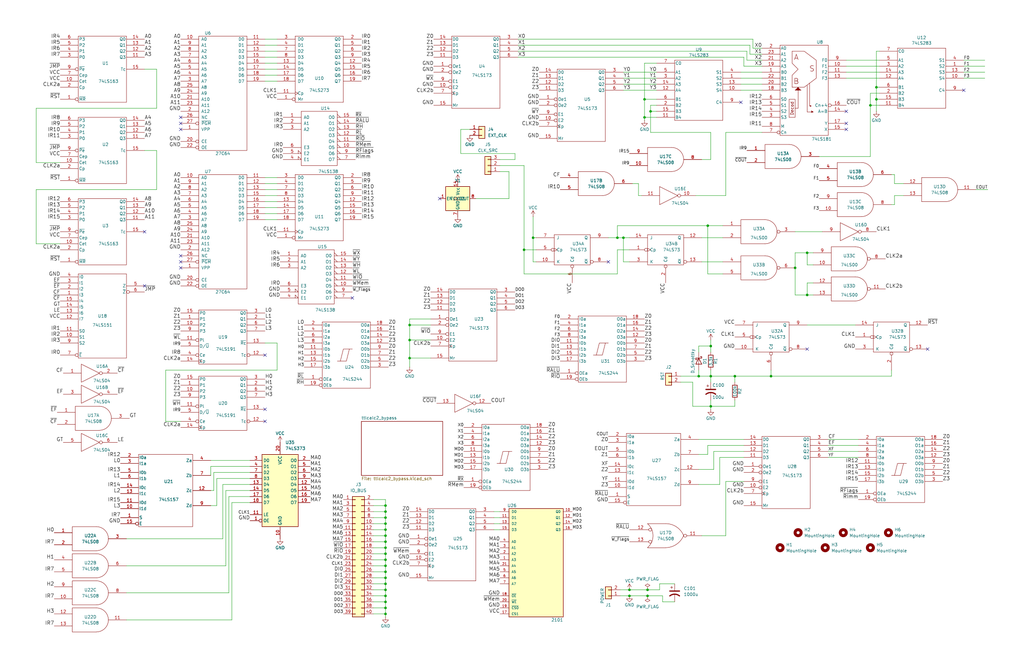
<source format=kicad_sch>
(kicad_sch (version 20231120) (generator "eeschema") (generator_version "8.0")
  (paper "USLedger")
  (junction (at 162.56 213.36))
  (junction (at 162.56 251.46))
  (junction (at 162.56 215.9))
  (junction (at 162.56 243.84))
  (junction (at 265.43 251.46))
  (junction (at 162.56 259.08))
  (junction (at 162.56 218.44))
  (junction (at 162.56 226.06))
  (junction (at 294.64 158.75))
  (junction (at 325.12 158.75))
  (junction (at 162.56 246.38))
  (junction (at 262.89 100.33))
  (junction (at 273.05 251.46))
  (junction (at 265.43 248.92))
  (junction (at 309.88 158.75))
  (junction (at 299.72 146.05))
  (junction (at 340.36 106.68))
  (junction (at 369.57 41.91))
  (junction (at 340.36 124.46))
  (junction (at 271.78 49.53))
  (junction (at 220.98 105.41))
  (junction (at 172.72 151.13))
  (junction (at 172.72 137.16))
  (junction (at 162.56 238.76))
  (junction (at 273.05 248.92))
  (junction (at 298.45 95.25))
  (junction (at 335.28 113.03))
  (junction (at 172.72 143.51))
  (junction (at 162.56 236.22))
  (junction (at 162.56 254))
  (junction (at 162.56 256.54))
  (junction (at 162.56 223.52))
  (junction (at 260.35 100.33))
  (junction (at 369.57 36.83))
  (junction (at 274.32 46.99))
  (junction (at 162.56 241.3))
  (junction (at 299.72 158.75))
  (junction (at 224.79 100.33))
  (junction (at 299.72 171.45))
  (junction (at 162.56 220.98))
  (junction (at 162.56 248.92))
  (junction (at 367.03 44.45))
  (junction (at 162.56 233.68))
  (junction (at 271.78 41.91))
  (junction (at 162.56 228.6))
  (junction (at 162.56 231.14))
  (no_connect (at 312.42 43.18))
  (no_connect (at 76.2 110.49))
  (no_connect (at 60.96 97.79))
  (no_connect (at 111.76 149.86))
  (no_connect (at 148.59 125.73))
  (no_connect (at 60.96 120.65))
  (no_connect (at 76.2 54.61))
  (no_connect (at 76.2 52.07))
  (no_connect (at 76.2 49.53))
  (no_connect (at 406.4 38.1))
  (no_connect (at 391.16 147.32))
  (no_connect (at 356.87 54.61))
  (no_connect (at 111.76 177.8))
  (no_connect (at 340.36 147.32))
  (no_connect (at 256.54 110.49))
  (no_connect (at 76.2 107.95))
  (no_connect (at 111.76 172.72))
  (no_connect (at 356.87 52.07))
  (no_connect (at 356.87 46.99))
  (no_connect (at 185.42 83.82))
  (no_connect (at 76.2 113.03))
  (wire (pts (xy 313.69 27.94) (xy 313.69 24.13)))
  (wire (pts (xy 162.56 248.92) (xy 162.56 246.38)))
  (wire (pts (xy 377.19 73.66) (xy 375.92 73.66)))
  (wire (pts (xy 265.43 251.46) (xy 273.05 251.46)))
  (wire (pts (xy 299.72 146.05) (xy 299.72 148.59)))
  (wire (pts (xy 377.19 82.55) (xy 377.19 86.36)))
  (wire (pts (xy 306.07 226.06) (xy 306.07 203.2)))
  (wire (pts (xy 309.88 158.75) (xy 309.88 161.29)))
  (wire (pts (xy 69.85 177.8) (xy 76.2 177.8)))
  (wire (pts (xy 260.35 95.25) (xy 260.35 100.33)))
  (wire (pts (xy 105.41 204.47) (xy 93.98 204.47)))
  (wire (pts (xy 295.91 226.06) (xy 306.07 226.06)))
  (wire (pts (xy 309.88 171.45) (xy 309.88 168.91)))
  (wire (pts (xy 265.43 105.41) (xy 260.35 105.41)))
  (wire (pts (xy 335.28 124.46) (xy 340.36 124.46)))
  (wire (pts (xy 342.9 119.38) (xy 340.36 119.38)))
  (wire (pts (xy 172.72 134.62) (xy 172.72 137.16)))
  (wire (pts (xy 256.54 100.33) (xy 260.35 100.33)))
  (wire (pts (xy 262.89 35.56) (xy 276.86 35.56)))
  (wire (pts (xy 299.72 156.21) (xy 299.72 158.75)))
  (wire (pts (xy 349.25 185.42) (xy 361.95 185.42)))
  (wire (pts (xy 88.9 194.31) (xy 105.41 194.31)))
  (wire (pts (xy 96.52 250.19) (xy 53.34 250.19)))
  (wire (pts (xy 370.84 39.37) (xy 367.03 39.37)))
  (wire (pts (xy 157.48 236.22) (xy 162.56 236.22)))
  (wire (pts (xy 15.24 45.72) (xy 15.24 68.58)))
  (wire (pts (xy 271.78 49.53) (xy 271.78 50.8)))
  (wire (pts (xy 172.72 137.16) (xy 172.72 143.51)))
  (wire (pts (xy 377.19 77.47) (xy 377.19 73.66)))
  (wire (pts (xy 278.13 248.92) (xy 273.05 248.92)))
  (wire (pts (xy 321.31 20.32) (xy 317.5 20.32)))
  (wire (pts (xy 269.24 82.55) (xy 269.24 77.47)))
  (wire (pts (xy 220.98 105.41) (xy 220.98 115.57)))
  (wire (pts (xy 157.48 223.52) (xy 162.56 223.52)))
  (wire (pts (xy 162.56 241.3) (xy 162.56 238.76)))
  (wire (pts (xy 370.84 33.02) (xy 356.87 33.02)))
  (wire (pts (xy 157.48 254) (xy 162.56 254)))
  (wire (pts (xy 116.84 16.51) (xy 111.76 16.51)))
  (wire (pts (xy 95.25 238.76) (xy 53.34 238.76)))
  (wire (pts (xy 375.92 158.75) (xy 375.92 156.21)))
  (wire (pts (xy 226.06 100.33) (xy 224.79 100.33)))
  (wire (pts (xy 300.99 190.5) (xy 313.69 190.5)))
  (wire (pts (xy 262.89 30.48) (xy 276.86 30.48)))
  (wire (pts (xy 90.17 199.39) (xy 90.17 207.01)))
  (wire (pts (xy 157.48 210.82) (xy 162.56 210.82)))
  (wire (pts (xy 304.8 110.49) (xy 295.91 110.49)))
  (wire (pts (xy 299.72 67.31) (xy 299.72 55.88)))
  (wire (pts (xy 105.41 212.09) (xy 97.79 212.09)))
  (wire (pts (xy 306.07 82.55) (xy 293.37 82.55)))
  (wire (pts (xy 276.86 49.53) (xy 271.78 49.53)))
  (wire (pts (xy 369.57 21.59) (xy 369.57 36.83)))
  (wire (pts (xy 210.82 72.39) (xy 214.63 72.39)))
  (wire (pts (xy 220.98 105.41) (xy 226.06 105.41)))
  (wire (pts (xy 287.02 158.75) (xy 294.64 158.75)))
  (wire (pts (xy 299.72 158.75) (xy 309.88 158.75)))
  (wire (pts (xy 116.84 21.59) (xy 111.76 21.59)))
  (wire (pts (xy 66.04 29.21) (xy 66.04 45.72)))
  (wire (pts (xy 116.84 26.67) (xy 111.76 26.67)))
  (wire (pts (xy 284.48 246.38) (xy 278.13 246.38)))
  (wire (pts (xy 105.41 199.39) (xy 90.17 199.39)))
  (wire (pts (xy 116.84 144.78) (xy 116.84 156.21)))
  (wire (pts (xy 321.31 55.88) (xy 306.07 55.88)))
  (wire (pts (xy 105.41 209.55) (xy 96.52 209.55)))
  (wire (pts (xy 406.4 27.94) (xy 415.29 27.94)))
  (wire (pts (xy 276.86 38.1) (xy 262.89 38.1)))
  (wire (pts (xy 276.86 33.02) (xy 262.89 33.02)))
  (wire (pts (xy 162.56 231.14) (xy 162.56 228.6)))
  (wire (pts (xy 116.84 29.21) (xy 111.76 29.21)))
  (wire (pts (xy 309.88 158.75) (xy 325.12 158.75)))
  (wire (pts (xy 321.31 25.4) (xy 314.96 25.4)))
  (wire (pts (xy 342.9 111.76) (xy 340.36 111.76)))
  (wire (pts (xy 303.53 204.47) (xy 303.53 193.04)))
  (wire (pts (xy 181.61 134.62) (xy 172.72 134.62)))
  (wire (pts (xy 342.9 106.68) (xy 340.36 106.68)))
  (wire (pts (xy 220.98 69.85) (xy 220.98 105.41)))
  (wire (pts (xy 111.76 87.63) (xy 116.84 87.63)))
  (wire (pts (xy 93.98 227.33) (xy 53.34 227.33)))
  (wire (pts (xy 210.82 223.52) (xy 208.28 223.52)))
  (wire (pts (xy 278.13 246.38) (xy 278.13 248.92)))
  (wire (pts (xy 340.36 106.68) (xy 335.28 106.68)))
  (wire (pts (xy 276.86 26.67) (xy 271.78 26.67)))
  (wire (pts (xy 105.41 196.85) (xy 88.9 196.85)))
  (wire (pts (xy 172.72 143.51) (xy 181.61 143.51)))
  (wire (pts (xy 298.45 95.25) (xy 260.35 95.25)))
  (wire (pts (xy 284.48 254) (xy 279.4 254)))
  (wire (pts (xy 279.4 254) (xy 279.4 251.46)))
  (wire (pts (xy 303.53 193.04) (xy 313.69 193.04)))
  (wire (pts (xy 271.78 26.67) (xy 271.78 41.91)))
  (wire (pts (xy 265.43 248.92) (xy 273.05 248.92)))
  (wire (pts (xy 361.95 187.96) (xy 349.25 187.96)))
  (wire (pts (xy 367.03 66.04) (xy 367.03 44.45)))
  (wire (pts (xy 292.1 171.45) (xy 292.1 161.29)))
  (wire (pts (xy 406.4 30.48) (xy 415.29 30.48)))
  (wire (pts (xy 162.56 226.06) (xy 162.56 223.52)))
  (wire (pts (xy 349.25 190.5) (xy 361.95 190.5)))
  (wire (pts (xy 162.56 213.36) (xy 157.48 213.36)))
  (wire (pts (xy 96.52 209.55) (xy 96.52 250.19)))
  (wire (pts (xy 276.86 46.99) (xy 274.32 46.99)))
  (wire (pts (xy 162.56 228.6) (xy 162.56 226.06)))
  (wire (pts (xy 340.36 119.38) (xy 340.36 124.46)))
  (wire (pts (xy 116.84 31.75) (xy 111.76 31.75)))
  (wire (pts (xy 162.56 254) (xy 162.56 251.46)))
  (wire (pts (xy 292.1 171.45) (xy 299.72 171.45)))
  (wire (pts (xy 274.32 46.99) (xy 274.32 55.88)))
  (wire (pts (xy 217.17 67.31) (xy 217.17 64.77)))
  (wire (pts (xy 157.48 259.08) (xy 162.56 259.08)))
  (wire (pts (xy 340.36 111.76) (xy 340.36 106.68)))
  (wire (pts (xy 111.76 92.71) (xy 116.84 92.71)))
  (wire (pts (xy 157.48 251.46) (xy 162.56 251.46)))
  (wire (pts (xy 369.57 41.91) (xy 369.57 46.99)))
  (wire (pts (xy 194.31 64.77) (xy 194.31 54.61)))
  (wire (pts (xy 116.84 24.13) (xy 111.76 24.13)))
  (wire (pts (xy 260.35 100.33) (xy 262.89 100.33)))
  (wire (pts (xy 97.79 261.62) (xy 53.34 261.62)))
  (wire (pts (xy 214.63 83.82) (xy 200.66 83.82)))
  (wire (pts (xy 66.04 63.5) (xy 66.04 80.01)))
  (wire (pts (xy 321.31 22.86) (xy 316.23 22.86)))
  (wire (pts (xy 317.5 16.51) (xy 218.44 16.51)))
  (wire (pts (xy 157.48 226.06) (xy 162.56 226.06)))
  (wire (pts (xy 15.24 102.87) (xy 25.4 102.87)))
  (wire (pts (xy 210.82 67.31) (xy 217.17 67.31)))
  (wire (pts (xy 66.04 80.01) (xy 15.24 80.01)))
  (wire (pts (xy 411.48 80.01) (xy 416.56 80.01)))
  (wire (pts (xy 157.48 218.44) (xy 162.56 218.44)))
  (wire (pts (xy 370.84 21.59) (xy 369.57 21.59)))
  (wire (pts (xy 66.04 45.72) (xy 15.24 45.72)))
  (wire (pts (xy 162.56 223.52) (xy 162.56 220.98)))
  (wire (pts (xy 271.78 41.91) (xy 271.78 49.53)))
  (wire (pts (xy 306.07 55.88) (xy 306.07 82.55)))
  (wire (pts (xy 172.72 151.13) (xy 181.61 151.13)))
  (wire (pts (xy 116.84 19.05) (xy 111.76 19.05)))
  (wire (pts (xy 157.48 220.98) (xy 162.56 220.98)))
  (wire (pts (xy 314.96 21.59) (xy 218.44 21.59)))
  (wire (pts (xy 274.32 44.45) (xy 274.32 46.99)))
  (wire (pts (xy 299.72 143.51) (xy 299.72 146.05)))
  (wire (pts (xy 294.64 156.21) (xy 294.64 158.75)))
  (wire (pts (xy 299.72 171.45) (xy 309.88 171.45)))
  (wire (pts (xy 260.35 115.57) (xy 220.98 115.57)))
  (wire (pts (xy 299.72 146.05) (xy 294.64 146.05)))
  (wire (pts (xy 299.72 158.75) (xy 299.72 161.29)))
  (wire (pts (xy 316.23 19.05) (xy 218.44 19.05)))
  (wire (pts (xy 312.42 30.48) (xy 321.31 30.48)))
  (wire (pts (xy 208.28 220.98) (xy 210.82 220.98)))
  (wire (pts (xy 88.9 196.85) (xy 88.9 200.66)))
  (wire (pts (xy 194.31 54.61) (xy 198.12 54.61)))
  (wire (pts (xy 116.84 156.21) (xy 69.85 156.21)))
  (wire (pts (xy 299.72 55.88) (xy 274.32 55.88)))
  (wire (pts (xy 90.17 207.01) (xy 88.9 207.01)))
  (wire (pts (xy 279.4 251.46) (xy 273.05 251.46)))
  (wire (pts (xy 299.72 168.91) (xy 299.72 171.45)))
  (wire (pts (xy 294.64 146.05) (xy 294.64 148.59)))
  (wire (pts (xy 321.31 27.94) (xy 313.69 27.94)))
  (wire (pts (xy 335.28 113.03) (xy 335.28 124.46)))
  (wire (pts (xy 157.48 215.9) (xy 162.56 215.9)))
  (wire (pts (xy 111.76 90.17) (xy 116.84 90.17)))
  (wire (pts (xy 269.24 77.47) (xy 266.7 77.47)))
  (wire (pts (xy 261.62 248.92) (xy 265.43 248.92)))
  (wire (pts (xy 406.4 33.02) (xy 415.29 33.02)))
  (wire (pts (xy 162.56 233.68) (xy 162.56 231.14)))
  (wire (pts (xy 345.44 66.04) (xy 367.03 66.04)))
  (wire (pts (xy 224.79 100.33) (xy 224.79 110.49)))
  (wire (pts (xy 370.84 41.91) (xy 369.57 41.91)))
  (wire (pts (xy 157.48 238.76) (xy 162.56 238.76)))
  (wire (pts (xy 162.56 238.76) (xy 162.56 236.22)))
  (wire (pts (xy 340.36 137.16) (xy 360.68 137.16)))
  (wire (pts (xy 15.24 80.01) (xy 15.24 102.87)))
  (wire (pts (xy 317.5 20.32) (xy 317.5 16.51)))
  (wire (pts (xy 312.42 38.1) (xy 321.31 38.1)))
  (wire (pts (xy 294.64 198.12) (xy 300.99 198.12)))
  (wire (pts (xy 60.96 29.21) (xy 66.04 29.21)))
  (wire (pts (xy 162.56 243.84) (xy 162.56 241.3)))
  (wire (pts (xy 335.28 97.79) (xy 346.71 97.79)))
  (wire (pts (xy 306.07 203.2) (xy 313.69 203.2)))
  (wire (pts (xy 294.64 191.77) (xy 298.45 191.77)))
  (wire (pts (xy 262.89 100.33) (xy 265.43 100.33)))
  (wire (pts (xy 314.96 25.4) (xy 314.96 21.59)))
  (wire (pts (xy 111.76 74.93) (xy 116.84 74.93)))
  (wire (pts (xy 162.56 218.44) (xy 162.56 215.9)))
  (wire (pts (xy 298.45 115.57) (xy 298.45 95.25)))
  (wire (pts (xy 95.25 207.01) (xy 95.25 238.76)))
  (wire (pts (xy 304.8 95.25) (xy 298.45 95.25)))
  (wire (pts (xy 217.17 64.77) (xy 194.31 64.77)))
  (wire (pts (xy 304.8 115.57) (xy 298.45 115.57)))
  (wire (pts (xy 298.45 187.96) (xy 313.69 187.96)))
  (wire (pts (xy 157.48 246.38) (xy 162.56 246.38)))
  (wire (pts (xy 111.76 144.78) (xy 116.84 144.78)))
  (wire (pts (xy 15.24 68.58) (xy 25.4 68.58)))
  (wire (pts (xy 157.48 228.6) (xy 162.56 228.6)))
  (wire (pts (xy 370.84 25.4) (xy 356.87 25.4)))
  (wire (pts (xy 91.44 213.36) (xy 88.9 213.36)))
  (wire (pts (xy 316.23 22.86) (xy 316.23 19.05)))
  (wire (pts (xy 162.56 236.22) (xy 162.56 233.68)))
  (wire (pts (xy 340.36 124.46) (xy 342.9 124.46)))
  (wire (pts (xy 367.03 39.37) (xy 367.03 44.45)))
  (wire (pts (xy 381 77.47) (xy 377.19 77.47)))
  (wire (pts (xy 162.56 246.38) (xy 162.56 243.84)))
  (wire (pts (xy 162.56 210.82) (xy 162.56 213.36)))
  (wire (pts (xy 208.28 215.9) (xy 210.82 215.9)))
  (wire (pts (xy 97.79 212.09) (xy 97.79 261.62)))
  (wire (pts (xy 105.41 201.93) (xy 91.44 201.93)))
  (wire (pts (xy 356.87 27.94) (xy 370.84 27.94)))
  (wire (pts (xy 172.72 143.51) (xy 172.72 151.13)))
  (wire (pts (xy 298.45 191.77) (xy 298.45 187.96)))
  (wire (pts (xy 162.56 260.35) (xy 162.56 259.08)))
  (wire (pts (xy 356.87 30.48) (xy 370.84 30.48)))
  (wire (pts (xy 276.86 44.45) (xy 274.32 44.45)))
  (wire (pts (xy 262.89 110.49) (xy 262.89 100.33)))
  (wire (pts (xy 157.48 241.3) (xy 162.56 241.3)))
  (wire (pts (xy 69.85 156.21) (xy 69.85 177.8)))
  (wire (pts (xy 260.35 105.41) (xy 260.35 115.57)))
  (wire (pts (xy 157.48 256.54) (xy 162.56 256.54)))
  (wire (pts (xy 261.62 251.46) (xy 265.43 251.46)))
  (wire (pts (xy 157.48 243.84) (xy 162.56 243.84)))
  (wire (pts (xy 325.12 158.75) (xy 325.12 156.21)))
  (wire (pts (xy 111.76 80.01) (xy 116.84 80.01)))
  (wire (pts (xy 370.84 36.83) (xy 369.57 36.83)))
  (wire (pts (xy 224.79 110.49) (xy 226.06 110.49)))
  (wire (pts (xy 367.03 44.45) (xy 370.84 44.45)))
  (wire (pts (xy 377.19 86.36) (xy 375.92 86.36)))
  (wire (pts (xy 299.72 67.31) (xy 295.91 67.31)))
  (wire (pts (xy 406.4 25.4) (xy 415.29 25.4)))
  (wire (pts (xy 299.72 171.45) (xy 299.72 172.72)))
  (wire (pts (xy 111.76 82.55) (xy 116.84 82.55)))
  (wire (pts (xy 294.64 204.47) (xy 303.53 204.47)))
  (wire (pts (xy 172.72 137.16) (xy 181.61 137.16)))
  (wire (pts (xy 335.28 106.68) (xy 335.28 113.03)))
  (wire (pts (xy 93.98 204.47) (xy 93.98 227.33)))
  (wire (pts (xy 210.82 69.85) (xy 220.98 69.85)))
  (wire (pts (xy 162.56 220.98) (xy 162.56 218.44)))
  (wire (pts (xy 361.95 193.04) (xy 349.25 193.04)))
  (wire (pts (xy 210.82 218.44) (xy 208.28 218.44)))
  (wire (pts (xy 270.51 82.55) (xy 269.24 82.55)))
  (wire (pts (xy 111.76 85.09) (xy 116.84 85.09)))
  (wire (pts (xy 325.12 158.75) (xy 375.92 158.75)))
  (wire (pts (xy 214.63 72.39) (xy 214.63 83.82)))
  (wire (pts (xy 294.64 158.75) (xy 299.72 158.75)))
  (wire (pts (xy 313.69 24.13) (xy 218.44 24.13)))
  (wire (pts (xy 162.56 215.9) (xy 162.56 213.36)))
  (wire (pts (xy 162.56 259.08) (xy 162.56 256.54)))
  (wire (pts (xy 105.41 207.01) (xy 95.25 207.01)))
  (wire (pts (xy 162.56 251.46) (xy 162.56 248.92)))
  (wire (pts (xy 157.48 248.92) (xy 162.56 248.92)))
  (wire (pts (xy 60.96 63.5) (xy 66.04 63.5)))
  (wire (pts (xy 369.57 36.83) (xy 369.57 41.91)))
  (wire (pts (xy 111.76 77.47) (xy 116.84 77.47)))
  (wire (pts (xy 312.42 33.02) (xy 321.31 33.02)))
  (wire (pts (xy 294.64 185.42) (xy 313.69 185.42)))
  (wire (pts (xy 304.8 100.33) (xy 295.91 100.33)))
  (wire (pts (xy 381 82.55) (xy 377.19 82.55)))
  (wire (pts (xy 162.56 256.54) (xy 162.56 254)))
  (wire (pts (xy 116.84 34.29) (xy 111.76 34.29)))
  (wire (pts (xy 265.43 110.49) (xy 262.89 110.49)))
  (wire (pts (xy 224.79 91.44) (xy 224.79 100.33)))
  (wire (pts (xy 157.48 233.68) (xy 162.56 233.68)))
  (wire (pts (xy 91.44 201.93) (xy 91.44 213.36)))
  (wire (pts (xy 157.48 231.14) (xy 162.56 231.14)))
  (wire (pts (xy 300.99 198.12) (xy 300.99 190.5)))
  (wire (pts (xy 276.86 41.91) (xy 271.78 41.91)))
  (wire (pts (xy 172.72 151.13) (xy 172.72 154.94)))
  (wire (pts (xy 292.1 161.29) (xy 287.02 161.29)))
  (wire (pts (xy 312.42 35.56) (xy 321.31 35.56)))
  (label "EF" (at 25.4 119.38 180) (effects (font (size 1.524 1.524))))
  (label "~{EF}" (at 25.4 121.92 180) (effects (font (size 1.524 1.524))))
  (label "Y1" (at 276.86 33.02 180) (effects (font (size 1.524 1.524))))
  (label "IR15" (at 25.4 92.71 180) (effects (font (size 1.524 1.524))))
  (label "Z1" (at 172.72 218.44 180) (effects (font (size 1.524 1.524))))
  (label "L0" (at 111.76 132.08 0) (effects (font (size 1.524 1.524))))
  (label "MA1" (at 210.82 231.14 180) (effects (font (size 1.524 1.524))))
  (label "Z1" (at 76.2 134.62 180) (effects (font (size 1.524 1.524))))
  (label "CLK2b" (at 182.88 39.37 180) (effects (font (size 1.524 1.524))))
  (label "IR3" (at 25.4 144.78 180) (effects (font (size 1.524 1.524))))
  (label "GND" (at 309.88 147.32 180) (effects (font (size 1.524 1.524))))
  (label "IR13" (at 152.4 87.63 0) (effects (font (size 1.524 1.524))))
  (label "VCC" (at 116.84 41.91 180) (effects (font (size 1.524 1.524))))
  (label "VCC" (at 116.84 100.33 180) (effects (font (size 1.524 1.524))))
  (label "~{RALU}" (at 256.54 209.55 180) (effects (font (size 1.524 1.524))))
  (label "MA4" (at 130.81 204.47 0) (effects (font (size 1.524 1.524))))
  (label "F0" (at 406.4 25.4 0))
  (label "MA7" (at 144.78 228.6 180) (effects (font (size 1.524 1.524))))
  (label "L3" (at 50.8 214.63 180) (effects (font (size 1.524 1.524))))
  (label "GND" (at 313.69 196.85 180) (effects (font (size 1.524 1.524))))
  (label "~{WIO}" (at 144.78 231.14 180) (effects (font (size 1.524 1.524))))
  (label "A10" (at 76.2 41.91 180) (effects (font (size 1.524 1.524))))
  (label "CF" (at 25.4 124.46 180) (effects (font (size 1.524 1.524))))
  (label "MA6" (at 144.78 226.06 180) (effects (font (size 1.524 1.524))))
  (label "IR3" (at 152.4 24.13 0) (effects (font (size 1.524 1.524))))
  (label "H2" (at 22.86 247.65 180) (effects (font (size 1.524 1.524))))
  (label "CLK2b" (at 172.72 238.76 180) (effects (font (size 1.524 1.524))))
  (label "Z3" (at 271.78 152.4 0) (effects (font (size 1.524 1.524))))
  (label "GND" (at 105.41 219.71 180) (effects (font (size 1.524 1.524))))
  (label "F0" (at 236.22 134.62 180))
  (label "IR3" (at 119.38 54.61 180) (effects (font (size 1.524 1.524))))
  (label "GND" (at 227.33 50.8 180) (effects (font (size 1.524 1.524))))
  (label "CLK2a" (at 25.4 71.12 180) (effects (font (size 1.524 1.524))))
  (label "Z1" (at 397.51 198.12 0) (effects (font (size 1.524 1.524))))
  (label "A5" (at 76.2 87.63 180) (effects (font (size 1.524 1.524))))
  (label "VCC" (at 241.3 119.38 270) (effects (font (size 1.524 1.524))))
  (label "IR5" (at 118.11 110.49 180) (effects (font (size 1.524 1.524))))
  (label "Z3" (at 182.88 24.13 180) (effects (font (size 1.524 1.524))))
  (label "F2" (at 345.44 83.82 180))
  (label "CLK2a" (at 76.2 152.4 180) (effects (font (size 1.524 1.524))))
  (label "~{W_Flags}" (at 265.43 228.6 180))
  (label "MA4" (at 144.78 220.98 180) (effects (font (size 1.524 1.524))))
  (label "IR9" (at 152.4 77.47 0) (effects (font (size 1.524 1.524))))
  (label "~{RST}" (at 391.16 137.16 0) (effects (font (size 1.524 1.524))))
  (label "Y0" (at 276.86 30.48 180) (effects (font (size 1.524 1.524))))
  (label "VCC" (at 25.4 100.33 180) (effects (font (size 1.524 1.524))))
  (label "MD0" (at 195.58 190.5 180))
  (label "XF" (at 256.54 196.85 180) (effects (font (size 1.524 1.524))))
  (label "X2" (at 218.44 21.59 0) (effects (font (size 1.524 1.524))))
  (label "GND" (at 172.72 227.33 180) (effects (font (size 1.524 1.524))))
  (label "L3" (at 128.27 144.78 180) (effects (font (size 1.524 1.524))))
  (label "GND" (at 227.33 44.45 180) (effects (font (size 1.524 1.524))))
  (label "CLK1" (at 105.41 217.17 180))
  (label "Z2" (at 76.2 137.16 180) (effects (font (size 1.524 1.524))))
  (label "DO2" (at 217.17 128.27 0))
  (label "H2" (at 128.27 152.4 180))
  (label "~{RIO}" (at 149.86 59.69 0) (effects (font (size 1.524 1.524))))
  (label "GT" (at 54.61 176.53 0) (effects (font (size 1.524 1.524))))
  (label "IR7" (at 22.86 229.87 180) (effects (font (size 1.524 1.524))))
  (label "GND" (at 172.72 236.22 180) (effects (font (size 1.524 1.524))))
  (label "Z2" (at 163.83 142.24 0) (effects (font (size 1.524 1.524))))
  (label "IR14" (at 25.4 90.17 180) (effects (font (size 1.524 1.524))))
  (label "F2" (at 406.4 30.48 0))
  (label "IR13" (at 50.8 199.39 180) (effects (font (size 1.524 1.524))))
  (label "IR13" (at 25.4 87.63 180) (effects (font (size 1.524 1.524))))
  (label "X3" (at 195.58 187.96 180))
  (label "IR9" (at 76.2 173.99 180))
  (label "A0" (at 76.2 74.93 180) (effects (font (size 1.524 1.524))))
  (label "Z0" (at 271.78 144.78 0) (effects (font (size 1.524 1.524))))
  (label "~{RImm}" (at 149.86 67.31 0) (effects (font (size 1.524 1.524))))
  (label "GND" (at 76.2 46.99 180) (effects (font (size 1.524 1.524))))
  (label "Z3" (at 397.51 193.04 0) (effects (font (size 1.524 1.524))))
  (label "Z3" (at 256.54 205.74 180) (effects (font (size 1.524 1.524))))
  (label "GND" (at 76.2 118.11 180) (effects (font (size 1.524 1.524))))
  (label "Z2" (at 271.78 149.86 0) (effects (font (size 1.524 1.524))))
  (label "IR8" (at 76.2 149.86 180) (effects (font (size 1.524 1.524))))
  (label "IR0" (at 118.11 120.65 180) (effects (font (size 1.524 1.524))))
  (label "CF" (at 26.67 157.48 180) (effects (font (size 1.524 1.524))))
  (label "MA0" (at 144.78 210.82 180) (effects (font (size 1.524 1.524))))
  (label "~{WL}" (at 76.2 143.51 180) (effects (font (size 1.524 1.524))))
  (label "Y3" (at 262.89 38.1 0) (effects (font (size 1.524 1.524))))
  (label "X0" (at 195.58 180.34 180))
  (label "IR15" (at 152.4 92.71 0) (effects (font (size 1.524 1.524))))
  (label "MD0" (at 241.3 215.9 0))
  (label "IR1" (at 119.38 49.53 180) (effects (font (size 1.524 1.524))))
  (label "H1" (at 22.86 236.22 180) (effects (font (size 1.524 1.524))))
  (label "A2" (at 60.96 21.59 0) (effects (font (size 1.524 1.524))))
  (label "IR13" (at 361.95 198.12 180) (effects (font (size 1.524 1.524))))
  (label "DO0" (at 144.78 251.46 180))
  (label "~{WL}" (at 148.59 115.57 0) (effects (font (size 1.524 1.524))))
  (label "X1" (at 321.31 22.86 180) (effects (font (size 1.524 1.524))))
  (label "CLK2a" (at 25.4 36.83 180) (effects (font (size 1.524 1.524))))
  (label "~{RX}" (at 149.86 49.53 0))
  (label "GND" (at 256.54 212.09 180) (effects (font (size 1.524 1.524))))
  (label "GND" (at 182.88 30.48 180) (effects (font (size 1.524 1.524))))
  (label "DO0" (at 217.17 123.19 0))
  (label "MA0" (at 210.82 228.6 180) (effects (font (size 1.524 1.524))))
  (label "~{WX}" (at 182.88 34.29 180) (effects (font (size 1.524 1.524))))
  (label "DI0" (at 236.22 144.78 180) (effects (font (size 1.524 1.524))))
  (label "A3" (at 76.2 24.13 180) (effects (font (size 1.524 1.524))))
  (label "Z3" (at 231.14 187.96 0) (effects (font (size 1.524 1.524))))
  (label "IR10" (at 236.22 80.01 180) (effects (font (size 1.524 1.524))))
  (label "Z0" (at 231.14 180.34 0) (effects (font (size 1.524 1.524))))
  (label "~{RALU}" (at 236.22 157.48 180) (effects (font (size 1.524 1.524))))
  (label "~{WIO}" (at 181.61 140.97 180) (effects (font (size 1.524 1.524))))
  (label "Z0" (at 271.78 134.62 0) (effects (font (size 1.524 1.524))))
  (label "IR7" (at 25.4 24.13 180) (effects (font (size 1.524 1.524))))
  (label "CLK2b" (at 373.38 121.92 0) (effects (font (size 1.524 1.524))))
  (label "MD2" (at 195.58 195.58 180))
  (label "~{RL}" (at 149.86 57.15 0) (effects (font (size 1.524 1.524))))
  (label "IR7" (at 152.4 34.29 0) (effects (font (size 1.524 1.524))))
  (label "Z3" (at 163.83 144.78 0) (effects (font (size 1.524 1.524))))
  (label "DI2" (at 236.22 149.86 180) (effects (font (size 1.524 1.524))))
  (label "MD3" (at 241.3 223.52 0))
  (label "~{WY}" (at 148.59 110.49 0) (effects (font (size 1.524 1.524))))
  (label "Z0" (at 163.83 147.32 0) (effects (font (size 1.524 1.524))))
  (label "MA7" (at 130.81 212.09 0) (effects (font (size 1.524 1.524))))
  (label "~{RFlags}" (at 149.86 64.77 0) (effects (font (size 1.524 1.524))))
  (label "X1" (at 218.44 19.05 0) (effects (font (size 1.524 1.524))))
  (label "IR11" (at 321.31 53.34 180) (effects (font (size 1.524 1.524))))
  (label "Z3" (at 231.14 198.12 0) (effects (font (size 1.524 1.524))))
  (label "A5" (at 76.2 29.21 180) (effects (font (size 1.524 1.524))))
  (label "F3" (at 236.22 142.24 180))
  (label "MA6" (at 130.81 209.55 0) (effects (font (size 1.524 1.524))))
  (label "IR1" (at 152.4 19.05 0) (effects (font (size 1.524 1.524))))
  (label "Z0" (at 231.14 190.5 0) (effects (font (size 1.524 1.524))))
  (label "~{JMP}" (at 25.4 97.79 180) (effects (font (size 1.524 1.524))))
  (label "A4" (at 60.96 50.8 0) (effects (font (size 1.524 1.524))))
  (label "~{RIO}" (at 236.22 160.02 180) (effects (font (size 1.524 1.524))))
  (label "A6" (at 76.2 90.17 180) (effects (font (size 1.524 1.524))))
  (label "Z3" (at 181.61 130.81 180) (effects (font (size 1.524 1.524))))
  (label "IR7" (at 22.86 264.16 180) (effects (font (size 1.524 1.524))))
  (label "F1" (at 345.44 76.2 180))
  (label "~{RH}" (at 149.86 54.61 0) (effects (font (size 1.524 1.524))))
  (label "Z1" (at 163.83 139.7 0) (effects (font (size 1.524 1.524))))
  (label "Z0" (at 181.61 123.19 180) (effects (font (size 1.524 1.524))))
  (label "IR4" (at 118.11 107.95 180) (effects (font (size 1.524 1.524))))
  (label "A10" (at 60.96 90.17 0) (effects (font (size 1.524 1.524))))
  (label "EF" (at 26.67 166.37 180) (effects (font (size 1.524 1.524))))
  (label "GT" (at 25.4 129.54 180) (effects (font (size 1.524 1.524))))
  (label "Z1" (at 271.78 137.16 0) (effects (font (size 1.524 1.524))))
  (label "A0" (at 60.96 16.51 0) (effects (font (size 1.524 1.524))))
  (label "L0" (at 50.8 195.58 180) (effects (font (size 1.524 1.524))))
  (label "A7" (at 76.2 92.71 180) (effects (font (size 1.524 1.524))))
  (label "F2" (at 236.22 139.7 180))
  (label "IR2" (at 119.38 52.07 180) (effects (font (size 1.524 1.524))))
  (label "~{RMem}" (at 195.58 205.74 180) (effects (font (size 1.524 1.524))))
  (label "Z3" (at 172.72 223.52 180) (effects (font (size 1.524 1.524))))
  (label "Z0" (at 256.54 186.69 180) (effects (font (size 1.524 1.524))))
  (label "IR7" (at 50.8 218.44 180) (effects (font (size 1.524 1.524))))
  (label "~{COUT}" (at 184.15 170.18 180) (effects (font (size 1.524 1.524))))
  (label "DO3" (at 144.78 259.08 180))
  (label "~{CF}" (at 49.53 157.48 0) (effects (font (size 1.524 1.524))))
  (label "~{RST}" (at 25.4 41.91 180) (effects (font (size 1.524 1.524))))
  (label "COUT" (at 256.54 184.15 180))
  (label "GND" (at 118.11 123.19 180) (effects (font (size 1.524 1.524))))
  (label "VCC" (at 25.4 134.62 180) (effects (font (size 1.524 1.524))))
  (label "EOUT" (at 411.48 80.01 0))
  (label "GND" (at 119.38 67.31 180) (effects (font (size 1.524 1.524))))
  (label "IR10" (at 152.4 80.01 0) (effects (font (size 1.524 1.524))))
  (label "Z2" (at 182.88 21.59 180) (effects (font (size 1.524 1.524))))
  (label "H1" (at 111.76 162.56 0) (effects (font (size 1.524 1.524))))
  (label "IR6" (at 118.11 113.03 180) (effects (font (size 1.524 1.524))))
  (label "GND" (at 313.69 205.74 180) (effects (font (size 1.524 1.524))))
  (label "~{RIO}" (at 144.78 233.68 180) (effects (font (size 1.524 1.524))))
  (label "EOUT" (at 256.54 190.5 180) (effects (font (size 1.524 1.524))))
  (label "GND" (at 172.72 229.87 180) (effects (font (size 1.524 1.524))))
  (label "~{RImm}" (at 361.95 210.82 180) (effects (font (size 1.524 1.524))))
  (label "MA2" (at 144.78 215.9 180) (effects (font (size 1.524 1.524))))
  (label "A11" (at 60.96 92.71 0) (effects (font (size 1.524 1.524))))
  (label "MA3" (at 130.81 201.93 0) (effects (font (size 1.524 1.524))))
  (label "~{JMP}" (at 25.4 29.21 180) (effects (font (size 1.524 1.524))))
  (label "Z1" (at 271.78 147.32 0) (effects (font (size 1.524 1.524))))
  (label "GND" (at 227.33 58.42 180) (effects (font (size 1.524 1.524))))
  (label "Z0" (at 76.2 132.08 180) (effects (font (size 1.524 1.524))))
  (label "~{JMP}" (at 25.4 63.5 180) (effects (font (size 1.524 1.524))))
  (label "A6" (at 76.2 31.75 180) (effects (font (size 1.524 1.524))))
  (label "IR11" (at 25.4 58.42 180) (effects (font (size 1.524 1.524))))
  (label "IR12" (at 361.95 195.58 180) (effects (font (size 1.524 1.524))))
  (label "MA5" (at 210.82 241.3 180) (effects (font (size 1.524 1.524))))
  (label "MA0" (at 130.81 194.31 0) (effects (font (size 1.524 1.524))))
  (label "IR9" (at 25.4 53.34 180) (effects (font (size 1.524 1.524))))
  (label "A1" (at 76.2 77.47 180) (effects (font (size 1.524 1.524))))
  (label "Z0" (at 397.51 185.42 0) (effects (font (size 1.524 1.524))))
  (label "Y2" (at 276.86 35.56 180) (effects (font (size 1.524 1.524))))
  (label "Y2" (at 262.89 35.56 0) (effects (font (size 1.524 1.524))))
  (label "L3" (at 111.76 139.7 0) (effects (font (size 1.524 1.524))))
  (label "~{RST}" (at 25.4 76.2 180) (effects (font (size 1.524 1.524))))
  (label "GND" (at 25.4 116.84 180) (effects (font (size 1.524 1.524))))
  (label "MA5" (at 144.78 223.52 180) (effects (font (size 1.524 1.524))))
  (label "VCC" (at 25.4 34.29 180) (effects (font (size 1.524 1.524))))
  (label "IR5" (at 25.4 19.05 180) (effects (font (size 1.524 1.524))))
  (label "~{RST}" (at 25.4 110.49 180) (effects (font (size 1.524 1.524))))
  (label "~{RH}" (at 128.27 162.56 180) (effects (font (size 1.524 1.524))))
  (label "EF" (at 349.25 187.96 0) (effects (font (size 1.524 1.524))))
  (label "Z2" (at 397.51 200.66 0) (effects (font (size 1.524 1.524))))
  (label "DI3" (at 144.78 248.92 180) (effects (font (size 1.524 1.524))))
  (label "A6" (at 60.96 55.88 0) (effects (font (size 1.524 1.524))))
  (label "~{EF}" (at 24.13 173.99 180) (effects (font (size 1.524 1.524))))
  (label "YF" (at 256.54 203.2 180) (effects (font (size 1.524 1.524))))
  (label "CLK1" (at 116.84 97.79 180) (effects (font (size 1.524 1.524))))
  (label "A8" (at 60.96 85.09 0) (effects (font (size 1.524 1.524))))
  (label "IR14" (at 361.95 200.66 180) (effects (font (size 1.524 1.524))))
  (label "H2" (at 111.76 165.1 0) (effects (font (size 1.524 1.524))))
  (label "~{RMem}" (at 149.86 62.23 0) (effects (font (size 1.524 1.524))))
  (label "DO2" (at 144.78 256.54 180))
  (label "GND" (at 76.2 105.41 180) (effects (font (size 1.524 1.524))))
  (label "Z1" (at 76.2 162.56 180) (effects (font (size 1.524 1.524))))
  (label "A9" (at 60.96 87.63 0) (effects (font (size 1.524 1.524))))
  (label "L1" (at 128.27 139.7 180) (effects (font (size 1.524 1.524))))
  (label "A10" (at 76.2 100.33 180) (effects (font (size 1.524 1.524))))
  (label "Y1" (at 262.89 33.02 0) (effects (font (size 1.524 1.524))))
  (label "Z3" (at 76.2 167.64 180) (effects (font (size 1.524 1.524))))
  (label "CLK1" (at 360.68 142.24 180) (effects (font (size 1.524 1.524))))
  (label "A9" (at 76.2 97.79 180) (effects (font (size 1.524 1.524))))
  (label "~{RFlags}" (at 361.95 208.28 180) (effects (font (size 1.524 1.524))))
  (label "CLK2a" (at 373.38 109.22 0) (effects (font (size 1.524 1.524))))
  (label "IR15" (at 361.95 203.2 180) (effects (font (size 1.524 1.524))))
  (label "GND" (at 227.33 41.91 180) (effects (font (size 1.524 1.524))))
  (label "A3" (at 76.2 82.55 180) (effects (font (size 1.524 1.524))))
  (label "Z0" (at 227.33 30.48 180) (effects (font (size 1.524 1.524))))
  (label "GND" (at 76.2 59.69 180) (effects (font (size 1.524 1.524))))
  (label "Z1" (at 397.51 187.96 0) (effects (font (size 1.524 1.524))))
  (label "Z3" (at 76.2 139.7 180) (effects (font (size 1.524 1.524))))
  (label "IR13" (at 321.31 44.45 180) (effects (font (size 1.524 1.524))))
  (label "MA3" (at 210.82 236.22 180) (effects (font (size 1.524 1.524))))
  (label "H3" (at 111.76 167.64 0) (effects (font (size 1.524 1.524))))
  (label "H3" (at 22.86 259.08 180) (effects (font (size 1.524 1.524))))
  (label "~{WMem}" (at 210.82 254 180) (effects (font (size 1.524 1.524))))
  (label "VCC" (at 25.4 66.04 180) (effects (font (size 1.524 1.524))))
  (label "~{WIO}" (at 148.59 118.11 0) (effects (font (size 1.524 1.524))))
  (label "CLK1" (at 309.88 142.24 180) (effects (font (size 1.524 1.524))))
  (label "Z0" (at 397.51 195.58 0) (effects (font (size 1.524 1.524))))
  (label "A1" (at 76.2 19.05 180) (effects (font (size 1.524 1.524))))
  (label "H3" (at 128.27 154.94 180))
  (label "IR12" (at 25.4 85.09 180) (effects (font (size 1.524 1.524))))
  (label "A5" (at 60.96 53.34 0) (effects (font (size 1.524 1.524))))
  (label "Z2" (at 181.61 128.27 180) (effects (font (size 1.524 1.524))))
  (label "DO1" (at 217.17 125.73 0))
  (label "CLK2b" (at 227.33 53.34 180) (effects (font (size 1.524 1.524))))
  (label "~{RL}" (at 128.27 160.02 180) (effects (font (size 1.524 1.524))))
  (label "L2" (at 50.8 208.28 180) (effects (font (size 1.524 1.524))))
  (label "IR14" (at 50.8 205.74 180) (effects (font (size 1.524 1.524))))
  (label "H0" (at 111.76 160.02 0) (effects (font (size 1.524 1.524))))
  (label "IR0" (at 152.4 16.51 0) (effects (font (size 1.524 1.524))))
  (label "IR15" (at 265.43 64.77 180))
  (label "VCC" (at 210.82 259.08 180) (effects (font (size 1.524 1.524))))
  (label "A2" (at 76.2 21.59 180) (effects (font (size 1.524 1.524))))
  (label "X0" (at 218.44 16.51 0) (effects (font (size 1.524 1.524))))
  (label "A11" (at 76.2 102.87 180) (effects (font (size 1.524 1.524))))
  (label "Y0" (at 262.89 30.48 0) (effects (font (size 1.524 1.524))))
  (label "GND" (at 182.88 36.83 180) (effects (font (size 1.524 1.524))))
  (label "H0" (at 128.27 147.32 180))
  (label "A4" (at 76.2 26.67 180) (effects (font (size 1.524 1.524))))
  (label "A9" (at 76.2 39.37 180) (effects (font (size 1.524 1.524))))
  (label "F3" (at 345.44 88.9 180))
  (label "DI1" (at 236.22 147.32 180) (effects (font (size 1.524 1.524))))
  (label "Z0" (at 76.2 160.02 180) (effects (font (size 1.524 1.524))))
  (label "A4" (at 76.2 85.09 180) (effects (font (size 1.524 1.524))))
  (label "CLK2a" (at 25.4 105.41 180) (effects (font (size 1.524 1.524))))
  (label "A7" (at 60.96 58.42 0) (effects (font (size 1.524 1.524))))
  (label "A1" (at 60.96 19.05 0) (effects (font (size 1.524 1.524))))
  (label "IR9" (at 265.43 69.85 180))
  (label "Z1" (at 163.83 149.86 0) (effects (font (size 1.524 1.524))))
  (label "~{WH}" (at 76.2 171.45 180) (effects (font (size 1.524 1.524))))
  (label "IR0" (at 119.38 62.23 180) (effects (font (size 1.524 1.524))))
  (label "IR12" (at 152.4 85.09 0) (effects (font (size 1.524 1.524))))
  (label "XF" (at 349.25 190.5 0))
  (label "IR9" (at 314.96 63.5 180))
  (label "GND" (at 360.68 147.32 180) (effects (font (size 1.524 1.524))))
  (label "DI1" (at 144.78 243.84 180) (effects (font (size 1.524 1.524))))
  (label "L1" (at 111.76 134.62 0) (effects (font (size 1.524 1.524))))
  (label "MD1" (at 195.58 193.04 180))
  (label "GND" (at 182.88 27.94 180) (effects (font (size 1.524 1.524))))
  (label "X3" (at 321.31 27.94 180) (effects (font (size 1.524 1.524))))
  (label "CLK2b" (at 181.61 146.05 180) (effects (font (size 1.524 1.524))))
  (label "IR6" (at 152.4 31.75 0) (effects (font (size 1.524 1.524))))
  (label "CLK1" (at 144.78 238.76 180))
  (label "X3" (at 218.44 24.13 0) (effects (font (size 1.524 1.524))))
  (label "F1" (at 406.4 27.94 0))
  (label "~{WMem}" (at 148.59 120.65 0) (effects (font (size 1.524 1.524))))
  (label "CLK2a" (at 76.2 180.34 180) (effects (font (size 1.524 1.524))))
  (label "GND" (at 50.8 220.98 180) (effects (font (size 1.524 1.524))))
  (label "GND" (at 119.38 64.77 180) (effects (font (size 1.524 1.524))))
  (label "VCC" (at 25.4 31.75 180) (effects (font (size 1.524 1.524))))
  (label "IR5" (at 152.4 29.21 0) (effects (font (size 1.524 1.524))))
  (label "IR11" (at 152.4 82.55 0) (effects (font (size 1.524 1.524))))
  (label "Z1" (at 231.14 182.88 0) (effects (font (size 1.524 1.524))))
  (label "A11" (at 76.2 44.45 180) (effects (font (size 1.524 1.524))))
  (label "MA3" (at 144.78 218.44 180) (effects (font (size 1.524 1.524))))
  (label "Y3" (at 276.86 38.1 180) (effects (font (size 1.524 1.524))))
  (label "F3" (at 406.4 33.02 0))
  (label "IR9" (at 76.2 146.05 180))
  (label "X0" (at 321.31 20.32 180) (effects (font (size 1.524 1.524))))
  (label "Z2" (at 76.2 165.1 180) (effects (font (size 1.524 1.524))))
  (label "~{WMem}" (at 172.72 233.68 180) (effects (font (size 1.524 1.524))))
  (label "GND" (at 210.82 256.54 180) (effects (font (size 1.524 1.524))))
  (label "IR0" (at 25.4 149.86 180) (effects (font (size 1.524 1.524))))
  (label "A8" (at 76.2 36.83 180) (effects (font (size 1.524 1.524))))
  (label "A0" (at 76.2 16.51 180) (effects (font (size 1.524 1.524))))
  (label "GND" (at 313.69 213.36 180) (effects (font (size 1.524 1.524))))
  (label "Z0" (at 163.83 137.16 0) (effects (font (size 1.524 1.524))))
  (label "MD3" (at 195.58 198.12 180))
  (label "Z1" (at 256.54 193.04 180) (effects (font (size 1.524 1.524))))
  (label "Z3" (at 271.78 142.24 0) (effects (font (size 1.524 1.524))))
  (label "IR4" (at 152.4 26.67 0) (effects (font (size 1.524 1.524))))
  (label "L2" (at 111.76 137.16 0) (effects (font (size 1.524 1.524))))
  (label "GND" (at 210.82 251.46 180) (effects (font (size 1.524 1.524))))
  (label "VCC" (at 309.88 137.16 180) (effects (font (size 1.524 1.524))))
  (label "GND" (at 172.72 243.84 180) (effects (font (size 1.524 1.524))))
  (label "CLK2b" (at 144.78 236.22 180) (effects (font (size 1.524 1.524))))
  (label "Z3" (at 227.33 38.1 180) (effects (font (size 1.524 1.524))))
  (label "GND" (at 182.88 44.45 180) (effects (font (size 1.524 1.524))))
  (label "IR8" (at 152.4 74.93 0) (effects (font (size 1.524 1.524))))
  (label "DO3" (at 217.17 130.81 0))
  (label "LE" (at 25.4 132.08 180) (effects (font (size 1.524 1.524))))
  (label "DI3" (at 236.22 152.4 180) (effects (font (size 1.524 1.524))))
  (label "CLK2b" (at 313.69 208.28 180) (effects (font (size 1.524 1.524))))
  (label "A7" (at 76.2 34.29 180) (effects (font (size 1.524 1.524))))
  (label "Z1" (at 231.14 193.04 0) (effects (font (size 1.524 1.524))))
  (label "IR12" (at 321.31 41.91 180) (effects (font (size 1.524 1.524))))
  (label "~{RALU}" (at 149.86 52.07 0) (effects (font (size 1.524 1.524))))
  (label "H0" (at 22.86 224.79 180) (effects (font (size 1.524 1.524))))
  (label "MA2" (at 130.81 199.39 0) (effects (font (size 1.524 1.524))))
  (label "~{EF}" (at 49.53 166.37 0) (effects (font (size 1.524 1.524))))
  (label "L2" (at 128.27 142.24 180) (effects (font (size 1.524 1.524))))
  (label "GND" (at 118.11 125.73 180) (effects (font (size 1.524 1.524))))
  (label "VCC" (at 280.67 119.38 270) (effects (font (size 1.524 1.524))))
  (label "GND" (at 76.2 62.23 180) (effects (font (size 1.524 1.524))))
  (label "MA7" (at 210.82 246.38 180) (effects (font (size 1.524 1.524))))
  (label "Z2" (at 227.33 35.56 180) (effects (font (size 1.524 1.524))))
  (label "CLK1" (at 369.57 97.79 0) (effects (font (size 1.524 1.524))))
  (label "IR7" (at 22.86 241.3 180) (effects (font (size 1.524 1.524))))
  (label "IR1" (at 25.4 139.7 180) (effects (font (size 1.524 1.524))))
  (label "DI0" (at 144.78 241.3 180) (effects (font (size 1.524 1.524))))
  (label "MD1" (at 241.3 218.44 0))
  (label "IR6" (at 25.4 21.59 180) (effects (font (size 1.524 1.524))))
  (label "IR14" (at 321.31 46.99 180) (effects (font (size 1.524 1.524))))
  (label "A3" (at 60.96 24.13 0) (effects (font (size 1.524 1.524))))
  (label "CF" (at 236.22 74.93 180) (effects (font (size 1.524 1.524))))
  (label "GND" (at 76.2 120.65 180) (effects (font (size 1.524 1.524))))
  (label "Z2" (at 256.54 199.39 180) (effects (font (size 1.524 1.524))))
  (label "~{COUT}" (at 314.96 68.58 180))
  (label "A8" (at 76.2 95.25 180) (effects (font (size 1.524 1.524))))
  (label "Z2" (at 231.14 195.58 0) (effects (font (size 1.524 1.524))))
  (label "~{W_Flags}" (at 148.59 123.19 0))
  (label "L0" (at 128.27 137.16 180) (effects (font (size 1.524 1.524))))
  (label "MA1" (at 144.78 213.36 180) (effects (font (size 1.524 1.524))))
  (label "IR8" (at 25.4 50.8 180) (effects (font (size 1.524 1.524))))
  (label "COUT" (at 207.01 170.18 0) (effects (font (size 1.524 1.524))))
  (label "Z0" (at 182.88 16.51 180) (effects (font (size 1.524 1.524))))
  (label "IR7" (at 22.86 252.73 180) (effects (font (size 1.524 1.524))))
  (label "MA4" (at 210.82 238.76 180) (effects (font (size 1.524 1.524))))
  (label "Z1" (at 227.33 33.02 180) (effects (font (size 1.524 1.524))))
  (label "IR4" (at 25.4 16.51 180) (effects (font (size 1.524 1.524))))
  (label "~{WH}" (at 148.59 113.03 0) (effects (font (size 1.524 1.524))))
  (label "X2" (at 195.58 185.42 180))
  (label "~{WY}" (at 227.33 48.26 180) (effects (font (size 1.524 1.524))))
  (label "Z2" (at 231.14 185.42 0) (effects (font (size 1.524 1.524))))
  (label "~{COUT}" (at 356.87 44.45 0) (effects (font (size 1.524 1.524))))
  (label "H1" (at 128.27 149.86 180))
  (label "IR14" (at 152.4 90.17 0) (effects (font (size 1.524 1.524))))
  (label "F0" (at 345.44 71.12 180))
  (label "Z2" (at 172.72 220.98 180) (effects (font (size 1.524 1.524))))
  (label "IR15" (at 50.8 212.09 180) (effects (font (size 1.524 1.524))))
  (label "MA5" (at 130.81 207.01 0) (effects (font (size 1.524 1.524))))
  (label "MD2" (at 241.3 220.98 0))
  (label "IR2" (at 152.4 21.59 0) (effects (font (size 1.524 1.524))))
  (label "GT" (at 26.67 186.69 180) (effects (font (size 1.524 1.524))))
  (label "Z1" (at 182.88 19.05 180) (effects (font (size 1.524 1.524))))
  (label "MA2" (at 210.82 233.68 180) (effects (font (size 1.524 1.524))))
  (label "MA1" (at 130.81 196.85 0) (effects (font (size 1.524 1.524))))
  (label "~{RX}" (at 195.58 203.2 180))
  (label "Z0" (at 172.72 215.9 180) (effects (font (size 1.524 1.524))))
  (label "~{WX}" (at 148.59 107.95 0) (effects (font (size 1.524 1.524))))
  (label "DO1" (at 144.78 254 180))
  (label "IR10" (at 25.4 55.88 180) (effects (font (size 1.524 1.524))))
  (label "IR2" (at 25.4 142.24 180) (effects (font (size 1.524 1.524))))
  (label "F1" (at 236.22 137.16 180))
  (label "Z2" (at 397.51 190.5 0) (effects (font (size 1.524 1.524))))
  (label "CLK1" (at 116.84 39.37 180) (effects (font (size 1.524 1.524))))
  (label "IR12" (at 50.8 193.04 180) (effects (font (size 1.524 1.524))))
  (label "DI2" (at 144.78 246.38 180) (effects (font (size 1.524 1.524))))
  (label "YF" (at 349.25 193.04 0))
  (label "MA6" (at 210.82 243.84 180) (effects (font (size 1.524 1.524))))
  (label "Z2" (at 271.78 139.7 0) (effects (font (size 1.524 1.524))))
  (label "Z2" (at 163.83 152.4 0) (effects (font (size 1.524 1.524))))
  (label "L1" (at 50.8 201.93 180) (effects (font (size 1.524 1.524))))
  (label "~{CF}" (at 25.4 127 180) (effects (font (size 1.524 1.524))))
  (label "~{RALU}" (at 265.43 223.52 180) (effects (font (size 1.524 1.524))))
  (label "Z1" (at 181.61 125.73 180) (effects (font (size 1.524 1.524))))
  (label "Z3" (at 397.51 203.2 0) (effects (font (size 1.524 1.524))))
  (label "CF" (at 349.25 185.42 0) (effects (font (size 1.524 1.524))))
  (label "~{CF}" (at 24.13 179.07 180) (effects (font (size 1.524 1.524))))
  (label "LE" (at 49.53 186.69 0) (effects (font (size 1.524 1.524))))
  (label "X1" (at 195.58 182.88 180))
  (label "Z3" (at 163.83 154.94 0) (effects (font (size 1.524 1.524))))
  (label "~{JMP}" (at 60.96 123.19 0) (effects (font (size 1.524 1.524))))
  (label "X2" (at 321.31 25.4 180) (effects (font (size 1.524 1.524))))
  (label "A2" (at 76.2 80.01 180) (effects (font (size 1.524 1.524))))
  (label "IR15" (at 321.31 49.53 180) (effects (font (size 1.524 1.524))))
  (label "GND" (at 313.69 199.39 180) (effects (font (size 1.524 1.524))))
  (symbol (lib_id "memory:27C64") (at 93.98 39.37 0) (unit 1)
    (property "Reference" "U6" (at 87.63 13.97 0))
    (property "Value" "27C64" (at 93.98 64.77 0))
    (property "Footprint" "Package_DIP:DIP-28_W15.24mm" (effects (hide yes)))
  )
  (symbol (lib_id "memory:27C64") (at 93.98 97.79 0) (unit 1)
    (property "Reference" "U7" (at 87.63 72.39 0))
    (property "Value" "27C64" (at 93.98 123.19 0))
    (property "Footprint" "Package_DIP:DIP-28_W15.24mm" (effects (hide yes)))
  )
  (symbol (lib_id "74xx1:74LS273") (at 134.62 29.21 0) (unit 1)
    (property "Reference" "U10" (at 134.62 33.02 0))
    (property "Value" "74LS273" (at 134.62 38.1 0))
    (property "Footprint" "Package_DIP:DIP-20_W7.62mm" (effects (hide yes)))
  )
  (symbol (lib_id "74xx1:74LS273") (at 134.62 87.63 0) (unit 1)
    (property "Reference" "U11" (at 134.62 91.44 0))
    (property "Value" "74LS273" (at 134.62 96.52 0))
    (property "Footprint" "Package_DIP:DIP-20_W7.62mm" (effects (hide yes)))
  )
  (symbol (lib_id "74xx1:74LS151") (at 43.18 133.35 0) (unit 1)
    (property "Reference" "U18" (at 43.18 133.35 0))
    (property "Value" "74LS151" (at 43.18 137.16 0))
    (property "Footprint" "Package_DIP:DIP-16_W7.62mm" (effects (hide yes)))
  )
  (symbol (lib_id "74xx1:74LS163") (at 43.18 29.21 0) (unit 1)
    (property "Reference" "U1" (at 44.45 26.67 0))
    (property "Value" "74LS163" (at 45.72 34.29 0))
    (property "Footprint" "Package_DIP:DIP-16_W7.62mm" (effects (hide yes)))
  )
  (symbol (lib_id "74xx1:74LS163") (at 43.18 63.5 0) (unit 1)
    (property "Reference" "U2" (at 44.45 60.96 0))
    (property "Value" "74LS163" (at 45.72 68.58 0))
    (property "Footprint" "Package_DIP:DIP-16_W7.62mm" (effects (hide yes)))
  )
  (symbol (lib_id "74xx1:74LS163") (at 43.18 97.79 0) (unit 1)
    (property "Reference" "U3" (at 44.45 95.25 0))
    (property "Value" "74LS163" (at 45.72 102.87 0))
    (property "Footprint" "Package_DIP:DIP-16_W7.62mm" (effects (hide yes)))
  )
  (symbol (lib_id "74xx1:74LS181") (at 339.09 38.1 0) (unit 1)
    (property "Reference" "U8" (at 345.694 17.78 0))
    (property "Value" "74LS181" (at 346.456 58.674 0))
    (property "Footprint" "Package_DIP:DIP-24_W15.24mm" (effects (hide yes)))
  )
  (symbol (lib_id "74xx1:74LS138") (at 133.35 116.84 0) (unit 1)
    (property "Reference" "U15" (at 135.89 104.14 0))
    (property "Value" "74LS138" (at 137.16 130.7846 0))
    (property "Footprint" "Package_DIP:DIP-16_W7.62mm" (effects (hide yes)))
  )
  (symbol (lib_id "74xx1:74LS138") (at 134.62 58.42 0) (unit 1)
    (property "Reference" "U14" (at 137.16 45.72 0))
    (property "Value" "74LS138" (at 138.43 72.3646 0))
    (property "Footprint" "Package_DIP:DIP-16_W7.62mm" (effects (hide yes)))
  )
  (symbol (lib_id "74xx1:74LS173") (at 200.66 30.48 0) (unit 1)
    (property "Reference" "U4" (at 203.2 27.94 0))
    (property "Value" "74LS173" (at 203.2 31.75 0))
    (property "Footprint" "Package_DIP:DIP-16_W7.62mm" (effects (hide yes)))
  )
  (symbol (lib_id "74xx1:74LS173") (at 245.11 44.45 0) (unit 1)
    (property "Reference" "U5" (at 247.65 41.91 0))
    (property "Value" "74LS173" (at 247.65 45.72 0))
    (property "Footprint" "Package_DIP:DIP-16_W7.62mm" (effects (hide yes)))
  )
  (symbol (lib_id "74xx1:74LS244") (at 254 147.32 0) (unit 1)
    (property "Reference" "U31" (at 255.27 152.4 0))
    (property "Value" "74LS244" (at 256.54 157.48 0))
    (property "Footprint" "Package_DIP:DIP-20_W7.62mm" (effects (hide yes)))
  )
  (symbol (lib_id "74xx1:74LS244") (at 146.05 149.86 0) (unit 1)
    (property "Reference" "U24" (at 147.32 154.94 0))
    (property "Value" "74LS244" (at 148.59 160.02 0))
    (property "Footprint" "Package_DIP:DIP-20_W7.62mm" (effects (hide yes)))
  )
  (symbol (lib_id "74xx1:74LS173") (at 331.47 199.39 0) (unit 1)
    (property "Reference" "U28" (at 334.01 196.85 0))
    (property "Value" "74LS173" (at 334.01 200.66 0))
    (property "Footprint" "Package_DIP:DIP-16_W7.62mm" (effects (hide yes)))
  )
  (symbol (lib_id "74xx1:74LS04") (at 195.58 170.18 0) (unit 6)
    (property "Reference" "U16" (at 200.533 167.259 0))
    (property "Value" "74LS04" (at 200.406 173.355 0))
    (property "Footprint" "Package_DIP:DIP-14_W7.62mm" (effects (hide yes)))
    (property "Datasheet" "http://www.ti.com/lit/gpn/sn74LS04" (effects (hide yes)))
    (property "Description" "Hex Inverseur" (effects (hide yes)))
  )
  (symbol (lib_id "74xx1:74LS244") (at 379.73 198.12 0) (unit 1)
    (property "Reference" "U29" (at 381 203.2 0))
    (property "Value" "74LS244" (at 382.27 208.28 0))
    (property "Footprint" "Package_DIP:DIP-20_W7.62mm" (effects (hide yes)))
  )
  (symbol (lib_id "74xx1:74LS04") (at 38.1 157.48 0) (unit 1)
    (property "Reference" "U16" (at 43.053 154.559 0))
    (property "Value" "74LS04" (at 42.926 160.655 0))
    (property "Footprint" "Package_DIP:DIP-14_W7.62mm" (effects (hide yes)))
    (property "Datasheet" "http://www.ti.com/lit/gpn/sn74LS04" (effects (hide yes)))
    (property "Description" "Hex Inverseur" (effects (hide yes)))
  )
  (symbol (lib_id "74xx1:74LS04") (at 38.1 166.37 0) (unit 2)
    (property "Reference" "U16" (at 43.053 163.449 0))
    (property "Value" "74LS04" (at 42.926 169.545 0))
    (property "Footprint" "Package_DIP:DIP-14_W7.62mm" (effects (hide yes)))
    (property "Datasheet" "http://www.ti.com/lit/gpn/sn74LS04" (effects (hide yes)))
    (property "Description" "Hex Inverseur" (effects (hide yes)))
  )
  (symbol (lib_id "74xx1:74LS08") (at 39.37 176.53 0) (unit 1)
    (property "Reference" "U17" (at 39.37 175.26 0))
    (property "Value" "74LS08" (at 39.37 177.8 0))
    (property "Footprint" "Package_DIP:DIP-14_W7.62mm" (effects (hide yes)))
  )
  (symbol (lib_id "74xx1:74LS04") (at 38.1 186.69 0) (unit 3)
    (property "Reference" "U16" (at 43.053 183.769 0))
    (property "Value" "74LS04" (at 42.926 189.865 0))
    (property "Footprint" "Package_DIP:DIP-14_W7.62mm" (effects (hide yes)))
    (property "Datasheet" "http://www.ti.com/lit/gpn/sn74LS04" (effects (hide yes)))
    (property "Description" "Hex Inverseur" (effects (hide yes)))
  )
  (symbol (lib_id "memory:2101") (at 226.06 237.49 0) (unit 1)
    (property "Reference" "U26" (at 215.9 213.36 0))
    (property "Value" "2101" (at 234.95 261.62 0))
    (property "Footprint" "Package_DIP:DIP-22_W10.16mm" (effects (hide yes)))
  )
  (symbol (lib_id "74xx1:74LS08") (at 38.1 227.33 0) (unit 1)
    (property "Reference" "U22" (at 38.1 226.06 0))
    (property "Value" "74LS08" (at 38.1 228.6 0))
    (property "Footprint" "Package_DIP:DIP-14_W7.62mm" (effects (hide yes)))
  )
  (symbol (lib_id "74xx1:74LS08") (at 38.1 238.76 0) (unit 2)
    (property "Reference" "U22" (at 38.1 237.49 0))
    (property "Value" "74LS08" (at 38.1 240.03 0))
    (property "Footprint" "Package_DIP:DIP-14_W7.62mm" (effects (hide yes)))
  )
  (symbol (lib_id "74xx1:74LS08") (at 38.1 250.19 0) (unit 3)
    (property "Reference" "U22" (at 38.1 248.92 0))
    (property "Value" "74LS08" (at 38.1 251.46 0))
    (property "Footprint" "Package_DIP:DIP-14_W7.62mm" (effects (hide yes)))
  )
  (symbol (lib_id "74xx1:74LS08") (at 38.1 261.62 0) (unit 4)
    (property "Reference" "U22" (at 38.1 260.35 0))
    (property "Value" "74LS08" (at 38.1 262.89 0))
    (property "Footprint" "Package_DIP:DIP-14_W7.62mm" (effects (hide yes)))
  )
  (symbol (lib_id "74xx1:74LS157") (at 69.85 207.01 0) (unit 1)
    (property "Reference" "U21" (at 71.12 203.2 0))
    (property "Value" "74LS157" (at 71.12 210.82 0))
    (property "Footprint" "Package_DIP:DIP-16_W7.62mm" (effects (hide yes)))
  )
  (symbol (lib_id "Connector_Generic:Conn_01x02") (at 256.54 251.46 180) (unit 1)
    (property "Reference" "J1" (at 256.54 255.27 0))
    (property "Value" "POWER" (at 254 251.46 90))
    (property "Footprint" "TerminalBlock_Phoenix:TerminalBlock_Phoenix_MKDS-1,5-2-5.08_1x02_P5.08mm_Horizontal" (effects (hide yes)))
    (property "Description" "Generic connector, single row, 01x02, script generated (kicad-library-utils/schlib/autogen/connector/)" (effects (hide yes)))
  )
  (symbol (lib_id "power:GND") (at 265.43 251.46 0) (unit 1)
    (property "Reference" "#PWR01009" (effects (hide yes)))
    (property "Value" "GND" (at 265.43 255.27 0))
    (property "Description" "Power symbol creates a global label with name \"GND\" , ground" (effects (hide yes)))
  )
  (symbol (lib_id "power:VCC") (at 265.43 248.92 0) (unit 1)
    (property "Reference" "#PWR01008" (effects (hide yes)))
    (property "Value" "VCC" (at 265.43 245.11 0))
    (property "Description" "Power symbol creates a global label with name \"VCC\"" (effects (hide yes)))
  )
  (symbol (lib_id "power:PWR_FLAG") (at 273.05 248.92 0) (unit 1)
    (property "Reference" "#FLG01001" (effects (hide yes)))
    (property "Value" "PWR_FLAG" (at 273.05 244.348 0))
    (property "Description" "Special symbol for telling ERC where power comes from" (effects (hide yes)))
  )
  (symbol (lib_id "power:PWR_FLAG") (at 273.05 251.46 180) (unit 1)
    (property "Reference" "#FLG01002" (effects (hide yes)))
    (property "Value" "PWR_FLAG" (at 273.05 256.032 0))
    (property "Description" "Special symbol for telling ERC where power comes from" (effects (hide yes)))
  )
  (symbol (lib_id "74xx1:74LS173") (at 190.5 229.87 0) (unit 1)
    (property "Reference" "U25" (at 193.04 227.33 0))
    (property "Value" "74LS173" (at 193.04 231.14 0))
    (property "Footprint" "Package_DIP:DIP-16_W7.62mm" (effects (hide yes)))
  )
  (symbol (lib_id "74xx1:74LS73") (at 241.3 105.41 0) (unit 1)
    (property "Reference" "U34" (at 243.84 102.87 0))
    (property "Value" "74LS73" (at 243.84 105.41 0))
    (property "Footprint" "Package_DIP:DIP-14_W7.62mm" (effects (hide yes)))
  )
  (symbol (lib_id "Oscillator:CXO_DIP14") (at 193.04 83.82 0) (unit 1)
    (property "Reference" "X1" (at 193.04 76.2 0))
    (property "Value" "TCXO3" (at 193.04 83.82 0))
    (property "Footprint" "Oscillator:Oscillator_DIP-14" (effects (hide yes)))
    (property "Datasheet" "http://cdn-reichelt.de/documents/datenblatt/B400/OSZI.pdf" (effects (hide yes)))
    (property "Description" "Crystal Clock Oscillator, DIP14-style metal package" (effects (hide yes)))
  )
  (symbol (lib_id "power:VCC") (at 193.04 76.2 0) (unit 1)
    (property "Reference" "#PWR01004" (effects (hide yes)))
    (property "Value" "VCC" (at 193.04 72.39 0))
    (property "Description" "Power symbol creates a global label with name \"VCC\"" (effects (hide yes)))
  )
  (symbol (lib_id "power:GND") (at 193.04 91.44 0) (unit 1)
    (property "Reference" "#PWR01005" (effects (hide yes)))
    (property "Value" "GND" (at 193.04 95.25 0))
    (property "Description" "Power symbol creates a global label with name \"GND\" , ground" (effects (hide yes)))
  )
  (symbol (lib_id "power:VCC") (at 224.79 91.44 0) (unit 1)
    (property "Reference" "#PWR01007" (effects (hide yes)))
    (property "Value" "VCC" (at 224.79 87.63 0))
    (property "Description" "Power symbol creates a global label with name \"VCC\"" (effects (hide yes)))
  )
  (symbol (lib_id "74xx1:74LS00") (at 320.04 97.79 0) (unit 1)
    (property "Reference" "U33" (at 320.04 96.52 0))
    (property "Value" "74LS00" (at 320.04 100.33 0))
    (property "Footprint" "Package_DIP:DIP-14_W7.62mm" (effects (hide yes)))
  )
  (symbol (lib_id "74xx1:74LS00") (at 320.04 113.03 0) (unit 2)
    (property "Reference" "U33" (at 320.04 111.76 0))
    (property "Value" "74LS00" (at 320.04 115.57 0))
    (property "Footprint" "Package_DIP:DIP-14_W7.62mm" (effects (hide yes)))
  )
  (symbol (lib_id "74xx1:74LS04") (at 358.14 97.79 0) (unit 4)
    (property "Reference" "U16" (at 363.093 94.869 0))
    (property "Value" "74LS04" (at 362.966 100.965 0))
    (property "Footprint" "Package_DIP:DIP-14_W7.62mm" (effects (hide yes)))
    (property "Datasheet" "http://www.ti.com/lit/gpn/sn74LS04" (effects (hide yes)))
    (property "Description" "Hex Inverseur" (effects (hide yes)))
  )
  (symbol (lib_id "74xx1:74LS73") (at 325.12 142.24 0) (unit 1)
    (property "Reference" "U32" (at 327.66 139.7 0))
    (property "Value" "74LS73" (at 327.66 142.24 0))
    (property "Footprint" "Package_DIP:DIP-14_W7.62mm" (effects (hide yes)))
  )
  (symbol (lib_id "74xx1:74LS73") (at 375.92 142.24 0) (unit 2)
    (property "Reference" "U32" (at 378.46 139.7 0))
    (property "Value" "74LS73" (at 378.46 142.24 0))
    (property "Footprint" "Package_DIP:DIP-14_W7.62mm" (effects (hide yes)))
  )
  (symbol (lib_id "Connector_Generic:Conn_01x02") (at 281.94 158.75 0) (mirror y) (unit 1)
    (property "Reference" "J2" (at 281.94 154.94 0))
    (property "Value" "RST" (at 279.4 158.75 90))
    (property "Footprint" "Connector_PinHeader_2.54mm:PinHeader_1x02_P2.54mm_Vertical" (effects (hide yes)))
    (property "Description" "Generic connector, single row, 01x02, script generated (kicad-library-utils/schlib/autogen/connector/)" (effects (hide yes)))
  )
  (symbol (lib_id "Device:R") (at 299.72 152.4 0) (unit 1)
    (property "Reference" "R1" (at 301.752 152.4 90))
    (property "Value" "3.3k" (at 299.72 152.4 90))
    (property "Footprint" "Resistor_THT:R_Axial_DIN0207_L6.3mm_D2.5mm_P10.16mm_Horizontal" (effects (hide yes)))
  )
  (symbol (lib_id "Device:R") (at 309.88 165.1 0) (unit 1)
    (property "Reference" "R2" (at 311.912 165.1 90))
    (property "Value" "100k" (at 309.88 165.1 90))
    (property "Footprint" "Resistor_THT:R_Axial_DIN0207_L6.3mm_D2.5mm_P10.16mm_Horizontal" (effects (hide yes)))
  )
  (symbol (lib_id "Device:C_Polarized_US") (at 299.72 165.1 0) (unit 1)
    (property "Reference" "C100" (at 300.355 162.56 0) (effects (justify left)))
    (property "Value" "100u" (at 300.355 167.64 0) (effects (justify left)))
    (property "Footprint" "Capacitor_THT:CP_Radial_D6.3mm_P2.50mm" (effects (hide yes)))
    (property "Description" "Polarized capacitor, US symbol" (effects (hide yes)))
  )
  (symbol (lib_id "power:GND") (at 299.72 172.72 0) (unit 1)
    (property "Reference" "#PWR01012" (effects (hide yes)))
    (property "Value" "GND" (at 299.72 176.53 0))
    (property "Description" "Power symbol creates a global label with name \"GND\" , ground" (effects (hide yes)))
  )
  (symbol (lib_id "power:VCC") (at 299.72 143.51 0) (unit 1)
    (property "Reference" "#PWR01011" (effects (hide yes)))
    (property "Value" "VCC" (at 299.72 139.7 0))
    (property "Description" "Power symbol creates a global label with name \"VCC\"" (effects (hide yes)))
  )
  (symbol (lib_id "Device:D_Schottky") (at 294.64 152.4 270) (unit 1)
    (property "Reference" "D1" (at 297.18 152.4 0))
    (property "Value" "D_Schottky" (at 292.1 152.4 0))
    (property "Footprint" "Diode_THT:D_DO-41_SOD81_P10.16mm_Horizontal" (effects (hide yes)))
  )
  (symbol (lib_id "74xx1:74LS191") (at 93.98 142.24 0) (unit 1)
    (property "Reference" "U19" (at 93.98 142.24 0))
    (property "Value" "74LS191" (at 95.25 147.32 0))
    (property "Footprint" "Package_DIP:DIP-16_W7.62mm" (effects (hide yes)))
  )
  (symbol (lib_id "74xx1:74LS191") (at 93.98 170.18 0) (unit 1)
    (property "Reference" "U20" (at 93.98 170.18 0))
    (property "Value" "74LS191" (at 95.25 175.26 0))
    (property "Footprint" "Package_DIP:DIP-16_W7.62mm" (effects (hide yes)))
  )
  (symbol (lib_id "74xx1:74LS283") (at 388.62 33.02 0) (unit 1)
    (property "Reference" "U12" (at 388.62 15.875 0))
    (property "Value" "74LS283" (at 388.62 18.1864 0))
    (property "Footprint" "Package_DIP:DIP-16_W7.62mm" (effects (hide yes)))
  )
  (symbol (lib_id "power:GND") (at 369.57 46.99 0) (unit 1)
    (property "Reference" "#PWR01013" (effects (hide yes)))
    (property "Value" "GND" (at 369.57 50.8 0))
    (property "Description" "Power symbol creates a global label with name \"GND\" , ground" (effects (hide yes)))
  )
  (symbol (lib_id "74xx1:74LS08") (at 280.67 67.31 0) (unit 3)
    (property "Reference" "U17" (at 280.67 66.04 0))
    (property "Value" "74LS08" (at 280.67 68.58 0))
    (property "Footprint" "Package_DIP:DIP-14_W7.62mm" (effects (hide yes)))
  )
  (symbol (lib_id "74xx1:74LS283") (at 294.64 38.1 0) (unit 1)
    (property "Reference" "U9" (at 294.64 20.955 0))
    (property "Value" "74LS283" (at 294.64 23.2664 0))
    (property "Footprint" "Package_DIP:DIP-16_W7.62mm" (effects (hide yes)))
  )
  (symbol (lib_id "power:GND") (at 271.78 50.8 0) (unit 1)
    (property "Reference" "#PWR01010" (effects (hide yes)))
    (property "Value" "GND" (at 271.78 54.61 0))
    (property "Description" "Power symbol creates a global label with name \"GND\" , ground" (effects (hide yes)))
  )
  (symbol (lib_id "74xx1:74LS08") (at 330.2 66.04 0) (unit 1)
    (property "Reference" "U13" (at 330.2 64.77 0))
    (property "Value" "74LS08" (at 330.2 67.31 0))
    (property "Footprint" "Package_DIP:DIP-14_W7.62mm" (effects (hide yes)))
  )
  (symbol (lib_id "74xx1:74LS08") (at 360.68 73.66 0) (unit 2)
    (property "Reference" "U13" (at 360.68 72.39 0))
    (property "Value" "74LS08" (at 360.68 74.93 0))
    (property "Footprint" "Package_DIP:DIP-14_W7.62mm" (effects (hide yes)))
  )
  (symbol (lib_id "74xx1:74LS08") (at 360.68 86.36 0) (unit 3)
    (property "Reference" "U13" (at 360.68 85.09 0))
    (property "Value" "74LS08" (at 360.68 87.63 0))
    (property "Footprint" "Package_DIP:DIP-14_W7.62mm" (effects (hide yes)))
  )
  (symbol (lib_id "74xx1:74LS08") (at 396.24 80.01 0) (unit 4)
    (property "Reference" "U13" (at 396.24 78.74 0))
    (property "Value" "74LS08" (at 396.24 81.28 0))
    (property "Footprint" "Package_DIP:DIP-14_W7.62mm" (effects (hide yes)))
  )
  (symbol (lib_id "74xx1:74LS73") (at 280.67 105.41 0) (unit 2)
    (property "Reference" "U34" (at 283.21 102.87 0))
    (property "Value" "74LS73" (at 283.21 105.41 0))
    (property "Footprint" "Package_DIP:DIP-14_W7.62mm" (effects (hide yes)))
  )
  (symbol (lib_id "74xx1:74LS00") (at 358.14 109.22 0) (unit 3)
    (property "Reference" "U33" (at 358.14 107.95 0))
    (property "Value" "74LS00" (at 358.14 111.76 0))
    (property "Footprint" "Package_DIP:DIP-14_W7.62mm" (effects (hide yes)))
  )
  (symbol (lib_id "74xx1:74LS00") (at 358.14 121.92 0) (unit 4)
    (property "Reference" "U33" (at 358.14 120.65 0))
    (property "Value" "74LS00" (at 358.14 124.46 0))
    (property "Footprint" "Package_DIP:DIP-14_W7.62mm" (effects (hide yes)))
  )
  (symbol (lib_id "Connector_Generic:Conn_01x03") (at 205.74 69.85 180) (unit 1)
    (property "Reference" "J5" (at 205.74 60.96 0))
    (property "Value" "CLK_SRC" (at 205.74 63.5 0))
    (property "Footprint" "Connector_PinHeader_2.54mm:PinHeader_1x03_P2.54mm_Vertical" (effects (hide yes)))
    (property "Description" "Generic connector, single row, 01x03, script generated (kicad-library-utils/schlib/autogen/connector/)" (effects (hide yes)))
  )
  (symbol (lib_id "74xx1:74LS173") (at 199.39 137.16 0) (unit 1)
    (property "Reference" "U23" (at 201.93 134.62 0))
    (property "Value" "74LS173" (at 201.93 138.43 0))
    (property "Footprint" "Package_DIP:DIP-16_W7.62mm" (effects (hide yes)))
  )
  (symbol (lib_id "Mechanical:MountingHole") (at 374.65 224.79 0) (unit 1) (exclude_from_sim yes) (in_bom no)
    (property "Reference" "H6" (at 377.19 223.5199 0) (effects (justify left)))
    (property "Value" "MountingHole" (at 377.19 226.0599 0) (effects (justify left)))
    (property "Footprint" "MountingHole:MountingHole_3.2mm_M3" (effects (hide yes)))
    (property "Description" "Mounting Hole without connection" (effects (hide yes)))
  )
  (symbol (lib_id "74xx1:74LS157") (at 275.59 198.12 0) (unit 1)
    (property "Reference" "U27" (at 276.86 194.31 0))
    (property "Value" "74LS157" (at 276.86 201.93 0))
    (property "Footprint" "Package_DIP:DIP-16_W7.62mm" (effects (hide yes)))
  )
  (symbol (lib_id "Mechanical:MountingHole") (at 367.03 231.14 0) (unit 1) (exclude_from_sim yes) (in_bom no)
    (property "Reference" "H5" (at 369.57 229.8699 0) (effects (justify left)))
    (property "Value" "MountingHole" (at 369.57 232.4099 0) (effects (justify left)))
    (property "Footprint" "MountingHole:MountingHole_3.2mm_M3" (effects (hide yes)))
    (property "Description" "Mounting Hole without connection" (effects (hide yes)))
  )
  (symbol (lib_id "Connector_Generic:Conn_01x02") (at 203.2 54.61 0) (unit 1)
    (property "Reference" "J4" (at 205.74 54.6099 0) (effects (justify left)))
    (property "Value" "EXT_CLK" (at 205.74 57.1499 0) (effects (justify left)))
    (property "Footprint" "Connector_PinHeader_2.54mm:PinHeader_1x02_P2.54mm_Vertical" (effects (hide yes)))
    (property "Description" "Generic connector, single row, 01x02, script generated (kicad-library-utils/schlib/autogen/connector/)" (effects (hide yes)))
  )
  (symbol (lib_id "Mechanical:MountingHole") (at 355.6 224.79 0) (unit 1) (exclude_from_sim yes) (in_bom no)
    (property "Reference" "H4" (at 358.14 223.5199 0) (effects (justify left)))
    (property "Value" "MountingHole" (at 358.14 226.0599 0) (effects (justify left)))
    (property "Footprint" "MountingHole:MountingHole_3.2mm_M3" (effects (hide yes)))
    (property "Description" "Mounting Hole without connection" (effects (hide yes)))
  )
  (symbol (lib_id "74xx1:74LS08") (at 280.67 226.06 0) (unit 4) (convert 2)
    (property "Reference" "U17" (at 280.67 224.79 0))
    (property "Value" "74LS08" (at 280.67 227.33 0))
    (property "Footprint" "Package_DIP:DIP-14_W7.62mm" (effects (hide yes)))
  )
  (symbol (lib_id "74xx:74LS373") (at 118.11 207.01 0) (unit 1)
    (property "Reference" "U35" (at 120.3041 186.69 0) (effects (justify left)))
    (property "Value" "74LS373" (at 120.3041 189.23 0) (effects (justify left)))
    (property "Footprint" "Package_DIP:DIP-20_W7.62mm" (effects (hide yes)))
    (property "Datasheet" "http://www.ti.com/lit/gpn/sn74LS373" (effects (hide yes)))
    (property "Description" "8-bit Latch, 3-state outputs" (effects (hide yes)))
  )
  (symbol (lib_id "Connector_Generic:Conn_02x20_Odd_Even") (at 149.86 233.68 0) (unit 1)
    (property "Reference" "J3" (at 151.13 204.47 0))
    (property "Value" "IO_BUS" (at 151.13 207.01 0))
    (property "Footprint" "Connector_PinHeader_2.54mm:PinHeader_2x20_P2.54mm_Vertical" (effects (hide yes)))
    (property "Description" "Generic connector, double row, 02x20, odd/even pin numbering scheme (row 1 odd numbers, row 2 even numbers), script generated (kicad-library-utils/schlib/autogen/connector/)" (effects (hide yes)))
  )
  (symbol (lib_id "power:GND") (at 162.56 260.35 0) (unit 1)
    (property "Reference" "#PWR01002" (effects (hide yes)))
    (property "Value" "GND" (at 162.56 264.16 0))
    (property "Description" "Power symbol creates a global label with name \"GND\" , ground" (effects (hide yes)))
  )
  (symbol (lib_id "power:VCC") (at 118.11 186.69 0) (unit 1)
    (property "Reference" "#PWR01" (effects (hide yes)))
    (property "Value" "VCC" (at 118.11 182.88 0))
    (property "Description" "Power symbol creates a global label with name \"VCC\"" (effects (hide yes)))
  )
  (symbol (lib_id "74xx1:74LS08") (at 251.46 77.47 0) (unit 2)
    (property "Reference" "U17" (at 251.46 76.2 0))
    (property "Value" "74LS08" (at 251.46 78.74 0))
    (property "Footprint" "Package_DIP:DIP-14_W7.62mm" (effects (hide yes)))
  )
  (symbol (lib_id "74xx1:74LS244") (at 213.36 193.04 0) (unit 1)
    (property "Reference" "U30" (at 214.63 198.12 0))
    (property "Value" "74LS244" (at 215.9 203.2 0))
    (property "Footprint" "Package_DIP:DIP-20_W7.62mm" (effects (hide yes)))
  )
  (symbol (lib_id "Mechanical:MountingHole") (at 336.55 224.79 0) (unit 1) (exclude_from_sim yes) (in_bom no)
    (property "Reference" "H2" (at 339.09 223.5199 0) (effects (justify left)))
    (property "Value" "MountingHole" (at 339.09 226.0599 0) (effects (justify left)))
    (property "Footprint" "MountingHole:MountingHole_3.2mm_M3" (effects (hide yes)))
    (property "Description" "Mounting Hole without connection" (effects (hide yes)))
  )
  (symbol (lib_id "power:GND") (at 198.12 57.15 0) (unit 1)
    (property "Reference" "#PWR01006" (effects (hide yes)))
    (property "Value" "GND" (at 198.12 60.96 0))
    (property "Description" "Power symbol creates a global label with name \"GND\" , ground" (effects (hide yes)))
  )
  (symbol (lib_id "power:GND") (at 172.72 154.94 0) (unit 1)
    (property "Reference" "#PWR01003" (effects (hide yes)))
    (property "Value" "GND" (at 172.72 158.75 0))
    (property "Description" "Power symbol creates a global label with name \"GND\" , ground" (effects (hide yes)))
  )
  (symbol (lib_id "Mechanical:MountingHole") (at 347.98 231.14 0) (unit 1) (exclude_from_sim yes) (in_bom no)
    (property "Reference" "H3" (at 350.52 229.8699 0) (effects (justify left)))
    (property "Value" "MountingHole" (at 350.52 232.4099 0) (effects (justify left)))
    (property "Footprint" "MountingHole:MountingHole_3.2mm_M3" (effects (hide yes)))
    (property "Description" "Mounting Hole without connection" (effects (hide yes)))
  )
  (symbol (lib_id "Device:C_Polarized_US") (at 284.48 250.19 0) (unit 1)
    (property "Reference" "C101" (at 288.29 248.2849 0) (effects (justify left)))
    (property "Value" "1000u" (at 288.29 250.8249 0) (effects (justify left)))
    (property "Footprint" "Capacitor_THT:CP_Radial_D10.0mm_P5.00mm" (effects (hide yes)))
    (property "Description" "Polarized capacitor, US symbol" (effects (hide yes)))
  )
  (symbol (lib_id "Mechanical:MountingHole") (at 328.93 231.14 0) (unit 1) (exclude_from_sim yes) (in_bom no)
    (property "Reference" "H1" (at 331.47 229.8699 0) (effects (justify left)))
    (property "Value" "MountingHole" (at 331.47 232.4099 0) (effects (justify left)))
    (property "Footprint" "MountingHole:MountingHole_3.2mm_M3" (effects (hide yes)))
    (property "Description" "Mounting Hole without connection" (effects (hide yes)))
  )
  (symbol (lib_id "74xx1:74LS04") (at 281.94 82.55 0) (unit 5)
    (property "Reference" "U16" (at 286.893 79.629 0))
    (property "Value" "74LS04" (at 286.766 85.725 0))
    (property "Footprint" "Package_DIP:DIP-14_W7.62mm" (effects (hide yes)))
    (property "Datasheet" "http://www.ti.com/lit/gpn/sn74LS04" (effects (hide yes)))
    (property "Description" "Hex Inverseur" (effects (hide yes)))
  )
  (symbol (lib_id "power:GND") (at 118.11 227.33 0) (unit 1)
    (property "Reference" "#PWR02" (effects (hide yes)))
    (property "Value" "GND" (at 118.11 231.14 0))
    (property "Description" "Power symbol creates a global label with name \"GND\" , ground" (effects (hide yes)))
  )
  (sheet (at 152.4 177.8) (size 34.29 22.86) (stroke (width 0.1524))
    (property "Sheetname" "ttlcalc2_bypass" (at 152.4 177.0884 0) (effects (justify left bottom)))
    (property "Sheetfile" "ttlcalc2_bypass.kicad_sch" (at 152.4 201.2446 0) (effects (justify left top)))
  )
)
</source>
